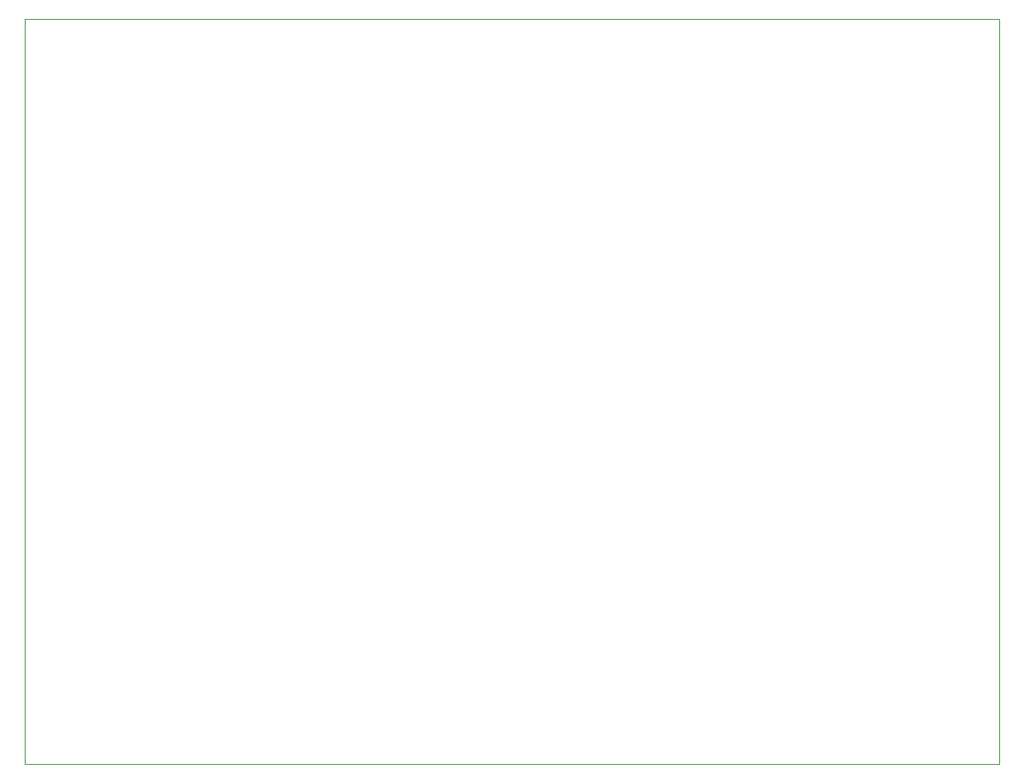
<source format=gbr>
G04 #@! TF.GenerationSoftware,KiCad,Pcbnew,(5.1.7)-1*
G04 #@! TF.CreationDate,2020-11-04T12:53:53+01:00*
G04 #@! TF.ProjectId,PSU,5053552e-6b69-4636-9164-5f7063625858,rev?*
G04 #@! TF.SameCoordinates,Original*
G04 #@! TF.FileFunction,Profile,NP*
%FSLAX46Y46*%
G04 Gerber Fmt 4.6, Leading zero omitted, Abs format (unit mm)*
G04 Created by KiCad (PCBNEW (5.1.7)-1) date 2020-11-04 12:53:53*
%MOMM*%
%LPD*%
G01*
G04 APERTURE LIST*
G04 #@! TA.AperFunction,Profile*
%ADD10C,0.050000*%
G04 #@! TD*
G04 APERTURE END LIST*
D10*
X99000000Y-113500000D02*
X99000000Y-37000000D01*
X199000000Y-113500000D02*
X99000000Y-113500000D01*
X199000000Y-37000000D02*
X199000000Y-113500000D01*
X99000000Y-37000000D02*
X199000000Y-37000000D01*
M02*

</source>
